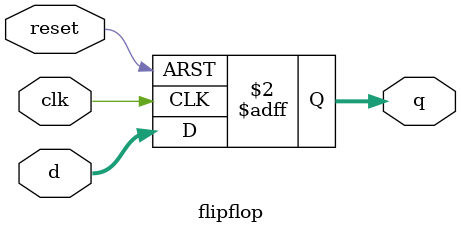
<source format=sv>
module flipflop(clk, reset, d, q );

    input  clk, reset;
    input  [31:0] d;
    output logic [31:0] q;
    
    always@(posedge clk or posedge reset) begin
        if(reset)
            q <= 32'b0;
        else
            q <= d;
    end  
endmodule

</source>
